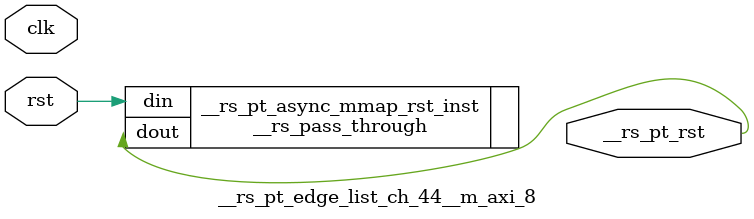
<source format=v>
`timescale 1 ns / 1 ps
/**   Generated by RapidStream   **/
module __rs_pt_edge_list_ch_44__m_axi_8 #(
    parameter BufferSize         = 32,
    parameter BufferSizeLog      = 5,
    parameter AddrWidth          = 64,
    parameter AxiSideAddrWidth   = 64,
    parameter DataWidth          = 512,
    parameter DataWidthBytesLog  = 6,
    parameter WaitTimeWidth      = 4,
    parameter BurstLenWidth      = 8,
    parameter EnableReadChannel  = 1,
    parameter EnableWriteChannel = 1,
    parameter MaxWaitTime        = 3,
    parameter MaxBurstLen        = 15
) (
    output wire __rs_pt_rst,
    input wire  clk,
    input wire  rst
);




__rs_pass_through #(
    .WIDTH (1)
) __rs_pt_async_mmap_rst_inst /**   Generated by RapidStream   **/ (
    .din  (rst),
    .dout (__rs_pt_rst)
);

endmodule  // __rs_pt_edge_list_ch_44__m_axi_8
</source>
